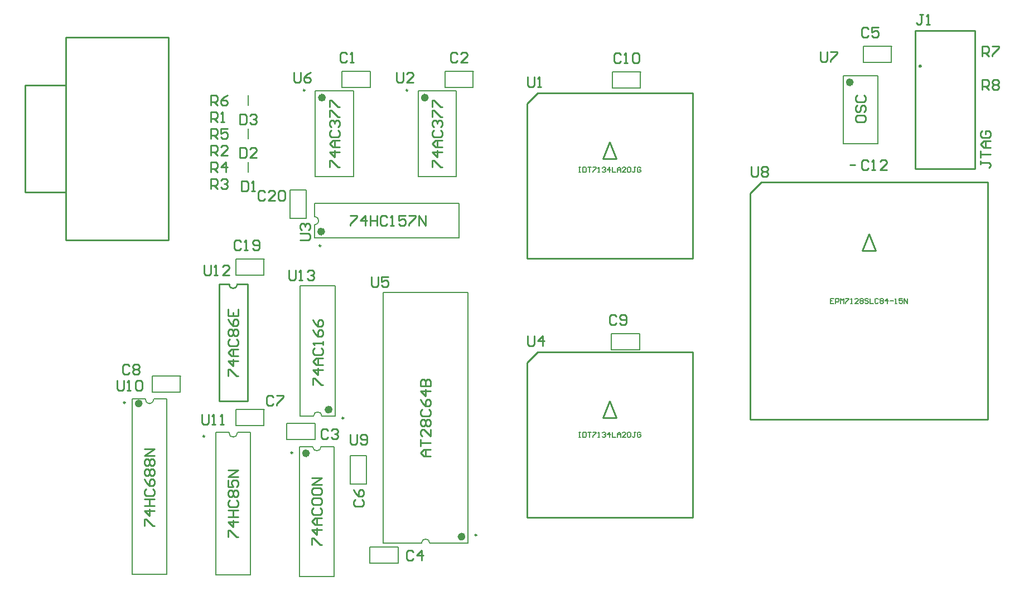
<source format=gto>
G04 Layer_Color=15132400*
%FSAX24Y24*%
%MOIN*%
G70*
G01*
G75*
%ADD13C,0.0100*%
%ADD14C,0.0200*%
%ADD30C,0.0236*%
%ADD31C,0.0098*%
%ADD32C,0.0079*%
%ADD33C,0.0050*%
D13*
X013300Y023900D02*
G03*
X013300Y023900I-000050J000000D01*
G01*
X014750Y033000D02*
G03*
X015250Y033000I000250J000000D01*
G01*
X059322Y039916D02*
Y048184D01*
X055778Y039916D02*
Y048184D01*
X059322D01*
X055778Y039916D02*
X059322D01*
X051850Y040150D02*
X052150D01*
X037500Y041500D02*
X037900Y040500D01*
X037100D02*
X037900D01*
X037100D02*
X037500Y041500D01*
X033200Y044450D02*
X042450D01*
X032550Y043800D02*
X033200Y044450D01*
X032550Y034550D02*
Y043800D01*
Y034550D02*
X042450D01*
Y044450D01*
X005000Y047765D02*
X011114D01*
X005000Y035635D02*
Y047765D01*
Y035635D02*
X011114D01*
Y047765D01*
X002571Y038509D02*
Y044891D01*
X005000D01*
X002571Y038509D02*
X005000D01*
X014150Y033000D02*
X014750D01*
X015250D02*
X015850D01*
Y026000D02*
Y033000D01*
X014150Y026000D02*
X015850D01*
X014150D02*
Y033000D01*
X037500Y026000D02*
X037900Y025000D01*
X037100D02*
X037900D01*
X037100D02*
X037500Y026000D01*
X033200Y028950D02*
X042450D01*
X032550Y028300D02*
X033200Y028950D01*
X032550Y019050D02*
Y028300D01*
Y019050D02*
X042450D01*
Y028950D01*
X045900Y038100D02*
Y038450D01*
X053000Y036000D02*
X053400Y035000D01*
X052600D02*
X053400D01*
X052600D02*
X053000Y036000D01*
X047900Y039100D02*
X060100D01*
Y024900D02*
Y039100D01*
X045900Y024900D02*
X060100D01*
X045900D02*
Y036900D01*
X046550Y039100D02*
X047900D01*
X045900Y038450D02*
X046550Y039100D01*
X045900Y036900D02*
Y038100D01*
X014700Y027500D02*
Y027900D01*
X014800D01*
X015200Y027500D01*
X015300D01*
Y028400D02*
X014700D01*
X015000Y028100D01*
Y028500D01*
X015300Y028700D02*
X014900D01*
X014700Y028900D01*
X014900Y029099D01*
X015300D01*
X015000D01*
Y028700D01*
X014800Y029699D02*
X014700Y029599D01*
Y029399D01*
X014800Y029299D01*
X015200D01*
X015300Y029399D01*
Y029599D01*
X015200Y029699D01*
X014800Y029899D02*
X014700Y029999D01*
Y030199D01*
X014800Y030299D01*
X014900D01*
X015000Y030199D01*
X015100Y030299D01*
X015200D01*
X015300Y030199D01*
Y029999D01*
X015200Y029899D01*
X015100D01*
X015000Y029999D01*
X014900Y029899D01*
X014800D01*
X015000Y029999D02*
Y030199D01*
X014700Y030899D02*
X014800Y030699D01*
X015000Y030499D01*
X015200D01*
X015300Y030599D01*
Y030799D01*
X015200Y030899D01*
X015100D01*
X015000Y030799D01*
Y030499D01*
X014700Y031499D02*
Y031099D01*
X015300D01*
Y031499D01*
X015000Y031099D02*
Y031299D01*
X013260Y034150D02*
Y033650D01*
X013360Y033550D01*
X013560D01*
X013660Y033650D01*
Y034150D01*
X013860Y033550D02*
X014060D01*
X013960D01*
Y034150D01*
X013860Y034050D01*
X014760Y033550D02*
X014360D01*
X014760Y033950D01*
Y034050D01*
X014660Y034150D01*
X014460D01*
X014360Y034050D01*
X015450Y035530D02*
X015350Y035630D01*
X015150D01*
X015050Y035530D01*
Y035130D01*
X015150Y035030D01*
X015350D01*
X015450Y035130D01*
X015650Y035030D02*
X015850D01*
X015750D01*
Y035630D01*
X015650Y035530D01*
X016150Y035130D02*
X016250Y035030D01*
X016450D01*
X016550Y035130D01*
Y035530D01*
X016450Y035630D01*
X016250D01*
X016150Y035530D01*
Y035430D01*
X016250Y035330D01*
X016550D01*
X021800Y046780D02*
X021700Y046880D01*
X021500D01*
X021400Y046780D01*
Y046380D01*
X021500Y046280D01*
X021700D01*
X021800Y046380D01*
X022000Y046280D02*
X022200D01*
X022100D01*
Y046880D01*
X022000Y046780D01*
X028410D02*
X028310Y046880D01*
X028110D01*
X028010Y046780D01*
Y046380D01*
X028110Y046280D01*
X028310D01*
X028410Y046380D01*
X029010Y046280D02*
X028610D01*
X029010Y046680D01*
Y046780D01*
X028910Y046880D01*
X028710D01*
X028610Y046780D01*
X020650Y024250D02*
X020550Y024350D01*
X020350D01*
X020250Y024250D01*
Y023850D01*
X020350Y023750D01*
X020550D01*
X020650Y023850D01*
X020850Y024250D02*
X020950Y024350D01*
X021150D01*
X021250Y024250D01*
Y024150D01*
X021150Y024050D01*
X021050D01*
X021150D01*
X021250Y023950D01*
Y023850D01*
X021150Y023750D01*
X020950D01*
X020850Y023850D01*
X025750Y016980D02*
X025650Y017080D01*
X025450D01*
X025350Y016980D01*
Y016580D01*
X025450Y016480D01*
X025650D01*
X025750Y016580D01*
X026250Y016480D02*
Y017080D01*
X025950Y016780D01*
X026350D01*
X052950Y048280D02*
X052850Y048380D01*
X052650D01*
X052550Y048280D01*
Y047880D01*
X052650Y047780D01*
X052850D01*
X052950Y047880D01*
X053550Y048380D02*
X053150D01*
Y048080D01*
X053350Y048180D01*
X053450D01*
X053550Y048080D01*
Y047880D01*
X053450Y047780D01*
X053250D01*
X053150Y047880D01*
X022300Y020100D02*
X022200Y020000D01*
Y019800D01*
X022300Y019700D01*
X022700D01*
X022800Y019800D01*
Y020000D01*
X022700Y020100D01*
X022200Y020700D02*
X022300Y020500D01*
X022500Y020300D01*
X022700D01*
X022800Y020400D01*
Y020600D01*
X022700Y020700D01*
X022600D01*
X022500Y020600D01*
Y020300D01*
X017400Y026250D02*
X017300Y026350D01*
X017100D01*
X017000Y026250D01*
Y025850D01*
X017100Y025750D01*
X017300D01*
X017400Y025850D01*
X017600Y026350D02*
X018000D01*
Y026250D01*
X017600Y025850D01*
Y025750D01*
X008800Y028100D02*
X008700Y028200D01*
X008500D01*
X008400Y028100D01*
Y027700D01*
X008500Y027600D01*
X008700D01*
X008800Y027700D01*
X009000Y028100D02*
X009100Y028200D01*
X009300D01*
X009400Y028100D01*
Y028000D01*
X009300Y027900D01*
X009400Y027800D01*
Y027700D01*
X009300Y027600D01*
X009100D01*
X009000Y027700D01*
Y027800D01*
X009100Y027900D01*
X009000Y028000D01*
Y028100D01*
X009100Y027900D02*
X009300D01*
X037900Y031080D02*
X037800Y031180D01*
X037600D01*
X037500Y031080D01*
Y030680D01*
X037600Y030580D01*
X037800D01*
X037900Y030680D01*
X038100D02*
X038200Y030580D01*
X038400D01*
X038500Y030680D01*
Y031080D01*
X038400Y031180D01*
X038200D01*
X038100Y031080D01*
Y030980D01*
X038200Y030880D01*
X038500D01*
X038160Y046730D02*
X038060Y046830D01*
X037860D01*
X037760Y046730D01*
Y046330D01*
X037860Y046230D01*
X038060D01*
X038160Y046330D01*
X038360Y046230D02*
X038560D01*
X038460D01*
Y046830D01*
X038360Y046730D01*
X038860D02*
X038960Y046830D01*
X039160D01*
X039260Y046730D01*
Y046330D01*
X039160Y046230D01*
X038960D01*
X038860Y046330D01*
Y046730D01*
X052950Y040350D02*
X052850Y040450D01*
X052650D01*
X052550Y040350D01*
Y039950D01*
X052650Y039850D01*
X052850D01*
X052950Y039950D01*
X053150Y039850D02*
X053350D01*
X053250D01*
Y040450D01*
X053150Y040350D01*
X054050Y039850D02*
X053650D01*
X054050Y040250D01*
Y040350D01*
X053950Y040450D01*
X053750D01*
X053650Y040350D01*
X015500Y039170D02*
Y038570D01*
X015800D01*
X015900Y038670D01*
Y039070D01*
X015800Y039170D01*
X015500D01*
X016100Y038570D02*
X016300D01*
X016200D01*
Y039170D01*
X016100Y039070D01*
X015400Y041170D02*
Y040570D01*
X015700D01*
X015800Y040670D01*
Y041070D01*
X015700Y041170D01*
X015400D01*
X016400Y040570D02*
X016000D01*
X016400Y040970D01*
Y041070D01*
X016300Y041170D01*
X016100D01*
X016000Y041070D01*
X015400Y043170D02*
Y042570D01*
X015700D01*
X015800Y042670D01*
Y043070D01*
X015700Y043170D01*
X015400D01*
X016000Y043070D02*
X016100Y043170D01*
X016300D01*
X016400Y043070D01*
Y042970D01*
X016300Y042870D01*
X016200D01*
X016300D01*
X016400Y042770D01*
Y042670D01*
X016300Y042570D01*
X016100D01*
X016000Y042670D01*
X059670Y040370D02*
Y040170D01*
Y040270D01*
X060170D01*
X060270Y040170D01*
Y040070D01*
X060170Y039970D01*
X059670Y040570D02*
Y040970D01*
Y040770D01*
X060270D01*
Y041170D02*
X059870D01*
X059670Y041370D01*
X059870Y041569D01*
X060270D01*
X059970D01*
Y041170D01*
X059770Y042169D02*
X059670Y042069D01*
Y041869D01*
X059770Y041769D01*
X060170D01*
X060270Y041869D01*
Y042069D01*
X060170Y042169D01*
X059970D01*
Y041969D01*
X056230Y049130D02*
X056030D01*
X056130D01*
Y048630D01*
X056030Y048530D01*
X055930D01*
X055830Y048630D01*
X056430Y048530D02*
X056630D01*
X056530D01*
Y049130D01*
X056430Y049030D01*
X013650Y042700D02*
Y043300D01*
X013950D01*
X014050Y043200D01*
Y043000D01*
X013950Y042900D01*
X013650D01*
X013850D02*
X014050Y042700D01*
X014250D02*
X014450D01*
X014350D01*
Y043300D01*
X014250Y043200D01*
X013650Y040700D02*
Y041300D01*
X013950D01*
X014050Y041200D01*
Y041000D01*
X013950Y040900D01*
X013650D01*
X013850D02*
X014050Y040700D01*
X014650D02*
X014250D01*
X014650Y041100D01*
Y041200D01*
X014550Y041300D01*
X014350D01*
X014250Y041200D01*
X013650Y038700D02*
Y039300D01*
X013950D01*
X014050Y039200D01*
Y039000D01*
X013950Y038900D01*
X013650D01*
X013850D02*
X014050Y038700D01*
X014250Y039200D02*
X014350Y039300D01*
X014550D01*
X014650Y039200D01*
Y039100D01*
X014550Y039000D01*
X014450D01*
X014550D01*
X014650Y038900D01*
Y038800D01*
X014550Y038700D01*
X014350D01*
X014250Y038800D01*
X013650Y039700D02*
Y040300D01*
X013950D01*
X014050Y040200D01*
Y040000D01*
X013950Y039900D01*
X013650D01*
X013850D02*
X014050Y039700D01*
X014550D02*
Y040300D01*
X014250Y040000D01*
X014650D01*
X013650Y041700D02*
Y042300D01*
X013950D01*
X014050Y042200D01*
Y042000D01*
X013950Y041900D01*
X013650D01*
X013850D02*
X014050Y041700D01*
X014650Y042300D02*
X014250D01*
Y042000D01*
X014450Y042100D01*
X014550D01*
X014650Y042000D01*
Y041800D01*
X014550Y041700D01*
X014350D01*
X014250Y041800D01*
X013650Y043700D02*
Y044300D01*
X013950D01*
X014050Y044200D01*
Y044000D01*
X013950Y043900D01*
X013650D01*
X013850D02*
X014050Y043700D01*
X014650Y044300D02*
X014450Y044200D01*
X014250Y044000D01*
Y043800D01*
X014350Y043700D01*
X014550D01*
X014650Y043800D01*
Y043900D01*
X014550Y044000D01*
X014250D01*
X059760Y046650D02*
Y047250D01*
X060060D01*
X060160Y047150D01*
Y046950D01*
X060060Y046850D01*
X059760D01*
X059960D02*
X060160Y046650D01*
X060360Y047250D02*
X060760D01*
Y047150D01*
X060360Y046750D01*
Y046650D01*
X059760Y044650D02*
Y045250D01*
X060060D01*
X060160Y045150D01*
Y044950D01*
X060060Y044850D01*
X059760D01*
X059960D02*
X060160Y044650D01*
X060360Y045150D02*
X060460Y045250D01*
X060660D01*
X060760Y045150D01*
Y045050D01*
X060660Y044950D01*
X060760Y044850D01*
Y044750D01*
X060660Y044650D01*
X060460D01*
X060360Y044750D01*
Y044850D01*
X060460Y044950D01*
X060360Y045050D01*
Y045150D01*
X060460Y044950D02*
X060660D01*
X032600Y045400D02*
Y044900D01*
X032700Y044800D01*
X032900D01*
X033000Y044900D01*
Y045400D01*
X033200Y044800D02*
X033400D01*
X033300D01*
Y045400D01*
X033200Y045300D01*
X022000Y037100D02*
X022400D01*
Y037000D01*
X022000Y036600D01*
Y036500D01*
X022900D02*
Y037100D01*
X022600Y036800D01*
X023000D01*
X023200Y037100D02*
Y036500D01*
Y036800D01*
X023599D01*
Y037100D01*
Y036500D01*
X024199Y037000D02*
X024099Y037100D01*
X023899D01*
X023799Y037000D01*
Y036600D01*
X023899Y036500D01*
X024099D01*
X024199Y036600D01*
X024399Y036500D02*
X024599D01*
X024499D01*
Y037100D01*
X024399Y037000D01*
X025299Y037100D02*
X024899D01*
Y036800D01*
X025099Y036900D01*
X025199D01*
X025299Y036800D01*
Y036600D01*
X025199Y036500D01*
X024999D01*
X024899Y036600D01*
X025499Y037100D02*
X025899D01*
Y037000D01*
X025499Y036600D01*
Y036500D01*
X026099D02*
Y037100D01*
X026499Y036500D01*
Y037100D01*
X019000Y035650D02*
X019500D01*
X019600Y035750D01*
Y035950D01*
X019500Y036050D01*
X019000D01*
X019100Y036250D02*
X019000Y036350D01*
Y036550D01*
X019100Y036650D01*
X019200D01*
X019300Y036550D01*
Y036450D01*
Y036550D01*
X019400Y036650D01*
X019500D01*
X019600Y036550D01*
Y036350D01*
X019500Y036250D01*
X032600Y029900D02*
Y029400D01*
X032700Y029300D01*
X032900D01*
X033000Y029400D01*
Y029900D01*
X033500Y029300D02*
Y029900D01*
X033200Y029600D01*
X033600D01*
X026800Y022700D02*
X026400D01*
X026200Y022900D01*
X026400Y023100D01*
X026800D01*
X026500D01*
Y022700D01*
X026200Y023300D02*
Y023700D01*
Y023500D01*
X026800D01*
Y024299D02*
Y023900D01*
X026400Y024299D01*
X026300D01*
X026200Y024200D01*
Y024000D01*
X026300Y023900D01*
Y024499D02*
X026200Y024599D01*
Y024799D01*
X026300Y024899D01*
X026400D01*
X026500Y024799D01*
X026600Y024899D01*
X026700D01*
X026800Y024799D01*
Y024599D01*
X026700Y024499D01*
X026600D01*
X026500Y024599D01*
X026400Y024499D01*
X026300D01*
X026500Y024599D02*
Y024799D01*
X026300Y025499D02*
X026200Y025399D01*
Y025199D01*
X026300Y025099D01*
X026700D01*
X026800Y025199D01*
Y025399D01*
X026700Y025499D01*
X026200Y026099D02*
X026300Y025899D01*
X026500Y025699D01*
X026700D01*
X026800Y025799D01*
Y025999D01*
X026700Y026099D01*
X026600D01*
X026500Y025999D01*
Y025699D01*
X026800Y026599D02*
X026200D01*
X026500Y026299D01*
Y026699D01*
X026200Y026899D02*
X026800D01*
Y027199D01*
X026700Y027299D01*
X026600D01*
X026500Y027199D01*
Y026899D01*
Y027199D01*
X026400Y027299D01*
X026300D01*
X026200Y027199D01*
Y026899D01*
X023270Y033440D02*
Y032940D01*
X023370Y032840D01*
X023570D01*
X023670Y032940D01*
Y033440D01*
X024270D02*
X023870D01*
Y033140D01*
X024070Y033240D01*
X024170D01*
X024270Y033140D01*
Y032940D01*
X024170Y032840D01*
X023970D01*
X023870Y032940D01*
X052200Y043000D02*
Y042800D01*
X052300Y042700D01*
X052700D01*
X052800Y042800D01*
Y043000D01*
X052700Y043100D01*
X052300D01*
X052200Y043000D01*
X052300Y043700D02*
X052200Y043600D01*
Y043400D01*
X052300Y043300D01*
X052400D01*
X052500Y043400D01*
Y043600D01*
X052600Y043700D01*
X052700D01*
X052800Y043600D01*
Y043400D01*
X052700Y043300D01*
X052300Y044299D02*
X052200Y044200D01*
Y044000D01*
X052300Y043900D01*
X052700D01*
X052800Y044000D01*
Y044200D01*
X052700Y044299D01*
X050100Y046900D02*
Y046400D01*
X050200Y046300D01*
X050400D01*
X050500Y046400D01*
Y046900D01*
X050700D02*
X051100D01*
Y046800D01*
X050700Y046400D01*
Y046300D01*
X045950Y040050D02*
Y039550D01*
X046050Y039450D01*
X046250D01*
X046350Y039550D01*
Y040050D01*
X046550Y039950D02*
X046650Y040050D01*
X046850D01*
X046950Y039950D01*
Y039850D01*
X046850Y039750D01*
X046950Y039650D01*
Y039550D01*
X046850Y039450D01*
X046650D01*
X046550Y039550D01*
Y039650D01*
X046650Y039750D01*
X046550Y039850D01*
Y039950D01*
X046650Y039750D02*
X046850D01*
X019700Y017400D02*
Y017800D01*
X019800D01*
X020200Y017400D01*
X020300D01*
Y018300D02*
X019700D01*
X020000Y018000D01*
Y018400D01*
X020300Y018600D02*
X019900D01*
X019700Y018800D01*
X019900Y018999D01*
X020300D01*
X020000D01*
Y018600D01*
X019800Y019599D02*
X019700Y019499D01*
Y019299D01*
X019800Y019199D01*
X020200D01*
X020300Y019299D01*
Y019499D01*
X020200Y019599D01*
X019800Y019799D02*
X019700Y019899D01*
Y020099D01*
X019800Y020199D01*
X020200D01*
X020300Y020099D01*
Y019899D01*
X020200Y019799D01*
X019800D01*
Y020399D02*
X019700Y020499D01*
Y020699D01*
X019800Y020799D01*
X020200D01*
X020300Y020699D01*
Y020499D01*
X020200Y020399D01*
X019800D01*
X020300Y020999D02*
X019700D01*
X020300Y021399D01*
X019700D01*
X022000Y024000D02*
Y023500D01*
X022100Y023400D01*
X022300D01*
X022400Y023500D01*
Y024000D01*
X022600Y023500D02*
X022700Y023400D01*
X022900D01*
X023000Y023500D01*
Y023900D01*
X022900Y024000D01*
X022700D01*
X022600Y023900D01*
Y023800D01*
X022700Y023700D01*
X023000D01*
X009700Y018550D02*
Y018950D01*
X009800D01*
X010200Y018550D01*
X010300D01*
Y019450D02*
X009700D01*
X010000Y019150D01*
Y019550D01*
X009700Y019750D02*
X010300D01*
X010000D01*
Y020149D01*
X009700D01*
X010300D01*
X009800Y020749D02*
X009700Y020649D01*
Y020449D01*
X009800Y020349D01*
X010200D01*
X010300Y020449D01*
Y020649D01*
X010200Y020749D01*
X009700Y021349D02*
X009800Y021149D01*
X010000Y020949D01*
X010200D01*
X010300Y021049D01*
Y021249D01*
X010200Y021349D01*
X010100D01*
X010000Y021249D01*
Y020949D01*
X009800Y021549D02*
X009700Y021649D01*
Y021849D01*
X009800Y021949D01*
X009900D01*
X010000Y021849D01*
X010100Y021949D01*
X010200D01*
X010300Y021849D01*
Y021649D01*
X010200Y021549D01*
X010100D01*
X010000Y021649D01*
X009900Y021549D01*
X009800D01*
X010000Y021649D02*
Y021849D01*
X009800Y022149D02*
X009700Y022249D01*
Y022449D01*
X009800Y022549D01*
X009900D01*
X010000Y022449D01*
X010100Y022549D01*
X010200D01*
X010300Y022449D01*
Y022249D01*
X010200Y022149D01*
X010100D01*
X010000Y022249D01*
X009900Y022149D01*
X009800D01*
X010000Y022249D02*
Y022449D01*
X010300Y022749D02*
X009700D01*
X010300Y023149D01*
X009700D01*
X008050Y027250D02*
Y026750D01*
X008150Y026650D01*
X008350D01*
X008450Y026750D01*
Y027250D01*
X008650Y026650D02*
X008850D01*
X008750D01*
Y027250D01*
X008650Y027150D01*
X009150D02*
X009250Y027250D01*
X009450D01*
X009550Y027150D01*
Y026750D01*
X009450Y026650D01*
X009250D01*
X009150Y026750D01*
Y027150D01*
X014700Y017880D02*
Y018280D01*
X014800D01*
X015200Y017880D01*
X015300D01*
Y018780D02*
X014700D01*
X015000Y018480D01*
Y018880D01*
X014700Y019080D02*
X015300D01*
X015000D01*
Y019479D01*
X014700D01*
X015300D01*
X014800Y020079D02*
X014700Y019979D01*
Y019779D01*
X014800Y019679D01*
X015200D01*
X015300Y019779D01*
Y019979D01*
X015200Y020079D01*
X014800Y020279D02*
X014700Y020379D01*
Y020579D01*
X014800Y020679D01*
X014900D01*
X015000Y020579D01*
X015100Y020679D01*
X015200D01*
X015300Y020579D01*
Y020379D01*
X015200Y020279D01*
X015100D01*
X015000Y020379D01*
X014900Y020279D01*
X014800D01*
X015000Y020379D02*
Y020579D01*
X014700Y021279D02*
Y020879D01*
X015000D01*
X014900Y021079D01*
Y021179D01*
X015000Y021279D01*
X015200D01*
X015300Y021179D01*
Y020979D01*
X015200Y020879D01*
X015300Y021479D02*
X014700D01*
X015300Y021879D01*
X014700D01*
X013140Y025200D02*
Y024700D01*
X013240Y024600D01*
X013440D01*
X013540Y024700D01*
Y025200D01*
X013740Y024600D02*
X013940D01*
X013840D01*
Y025200D01*
X013740Y025100D01*
X014240Y024600D02*
X014440D01*
X014340D01*
Y025200D01*
X014240Y025100D01*
X026900Y040000D02*
Y040400D01*
X027000D01*
X027400Y040000D01*
X027500D01*
Y040900D02*
X026900D01*
X027200Y040600D01*
Y041000D01*
X027500Y041200D02*
X027100D01*
X026900Y041400D01*
X027100Y041599D01*
X027500D01*
X027200D01*
Y041200D01*
X027000Y042199D02*
X026900Y042099D01*
Y041899D01*
X027000Y041799D01*
X027400D01*
X027500Y041899D01*
Y042099D01*
X027400Y042199D01*
X027000Y042399D02*
X026900Y042499D01*
Y042699D01*
X027000Y042799D01*
X027100D01*
X027200Y042699D01*
Y042599D01*
Y042699D01*
X027300Y042799D01*
X027400D01*
X027500Y042699D01*
Y042499D01*
X027400Y042399D01*
X026900Y042999D02*
Y043399D01*
X027000D01*
X027400Y042999D01*
X027500D01*
X026900Y043599D02*
Y043999D01*
X027000D01*
X027400Y043599D01*
X027500D01*
X024770Y045670D02*
Y045170D01*
X024870Y045070D01*
X025070D01*
X025170Y045170D01*
Y045670D01*
X025770Y045070D02*
X025370D01*
X025770Y045470D01*
Y045570D01*
X025670Y045670D01*
X025470D01*
X025370Y045570D01*
X020750Y040000D02*
Y040400D01*
X020850D01*
X021250Y040000D01*
X021350D01*
Y040900D02*
X020750D01*
X021050Y040600D01*
Y041000D01*
X021350Y041200D02*
X020950D01*
X020750Y041400D01*
X020950Y041599D01*
X021350D01*
X021050D01*
Y041200D01*
X020850Y042199D02*
X020750Y042099D01*
Y041899D01*
X020850Y041799D01*
X021250D01*
X021350Y041899D01*
Y042099D01*
X021250Y042199D01*
X020850Y042399D02*
X020750Y042499D01*
Y042699D01*
X020850Y042799D01*
X020950D01*
X021050Y042699D01*
Y042599D01*
Y042699D01*
X021150Y042799D01*
X021250D01*
X021350Y042699D01*
Y042499D01*
X021250Y042399D01*
X020750Y042999D02*
Y043399D01*
X020850D01*
X021250Y042999D01*
X021350D01*
X020750Y043599D02*
Y043999D01*
X020850D01*
X021250Y043599D01*
X021350D01*
X018620Y045670D02*
Y045170D01*
X018720Y045070D01*
X018920D01*
X019020Y045170D01*
Y045670D01*
X019620D02*
X019420Y045570D01*
X019220Y045370D01*
Y045170D01*
X019320Y045070D01*
X019520D01*
X019620Y045170D01*
Y045270D01*
X019520Y045370D01*
X019220D01*
X019750Y026960D02*
Y027360D01*
X019850D01*
X020250Y026960D01*
X020350D01*
Y027860D02*
X019750D01*
X020050Y027560D01*
Y027960D01*
X020350Y028160D02*
X019950D01*
X019750Y028360D01*
X019950Y028559D01*
X020350D01*
X020050D01*
Y028160D01*
X019850Y029159D02*
X019750Y029059D01*
Y028859D01*
X019850Y028759D01*
X020250D01*
X020350Y028859D01*
Y029059D01*
X020250Y029159D01*
X020350Y029359D02*
Y029559D01*
Y029459D01*
X019750D01*
X019850Y029359D01*
X019750Y030259D02*
X019850Y030059D01*
X020050Y029859D01*
X020250D01*
X020350Y029959D01*
Y030159D01*
X020250Y030259D01*
X020150D01*
X020050Y030159D01*
Y029859D01*
X019750Y030859D02*
X019850Y030659D01*
X020050Y030459D01*
X020250D01*
X020350Y030559D01*
Y030759D01*
X020250Y030859D01*
X020150D01*
X020050Y030759D01*
Y030459D01*
X018320Y033840D02*
Y033340D01*
X018420Y033240D01*
X018620D01*
X018720Y033340D01*
Y033840D01*
X018920Y033240D02*
X019120D01*
X019020D01*
Y033840D01*
X018920Y033740D01*
X019420D02*
X019520Y033840D01*
X019720D01*
X019820Y033740D01*
Y033640D01*
X019720Y033540D01*
X019620D01*
X019720D01*
X019820Y033440D01*
Y033340D01*
X019720Y033240D01*
X019520D01*
X019420Y033340D01*
X016900Y038500D02*
X016800Y038600D01*
X016600D01*
X016500Y038500D01*
Y038100D01*
X016600Y038000D01*
X016800D01*
X016900Y038100D01*
X017500Y038000D02*
X017100D01*
X017500Y038400D01*
Y038500D01*
X017400Y038600D01*
X017200D01*
X017100Y038500D01*
X017700D02*
X017800Y038600D01*
X018000D01*
X018099Y038500D01*
Y038100D01*
X018000Y038000D01*
X017800D01*
X017700Y038100D01*
Y038500D01*
D14*
X056060Y046050D02*
G03*
X056060Y046050I-000010J000000D01*
G01*
D30*
X028764Y017894D02*
G03*
X028764Y017894I-000118J000000D01*
G01*
X009469Y025861D02*
G03*
X009469Y025861I-000118J000000D01*
G01*
X019468Y022884D02*
G03*
X019468Y022884I-000118J000000D01*
G01*
X020373Y036150D02*
G03*
X020373Y036150I-000118J000000D01*
G01*
X020818Y025496D02*
G03*
X020818Y025496I-000118J000000D01*
G01*
X026570Y044165D02*
G03*
X026570Y044165I-000118J000000D01*
G01*
X020420D02*
G03*
X020420Y044165I-000118J000000D01*
G01*
X051968Y045084D02*
G03*
X051968Y045084I-000118J000000D01*
G01*
D31*
X029549Y017988D02*
G03*
X029549Y017988I-000049J000000D01*
G01*
X008549Y025912D02*
G03*
X008549Y025912I-000049J000000D01*
G01*
X018549Y022912D02*
G03*
X018549Y022912I-000049J000000D01*
G01*
X020237Y035300D02*
G03*
X020237Y035300I-000049J000000D01*
G01*
X021599Y024988D02*
G03*
X021599Y024988I-000049J000000D01*
G01*
X025438Y044604D02*
G03*
X025438Y044604I-000049J000000D01*
G01*
X019288D02*
G03*
X019288Y044604I-000049J000000D01*
G01*
D32*
X026750Y017500D02*
G03*
X026250Y017500I-000250J000000D01*
G01*
X009750Y026104D02*
G03*
X010250Y026104I000250J-000004D01*
G01*
X014750Y024100D02*
G03*
X015250Y024100I000250J000000D01*
G01*
X019750Y023278D02*
G03*
X020250Y023278I000250J000000D01*
G01*
X019861Y036550D02*
G03*
X019861Y037050I000000J000250D01*
G01*
X020300Y025102D02*
G03*
X019800Y025102I-000250J000000D01*
G01*
X011843Y026528D02*
Y027500D01*
X010150Y026528D02*
X011843D01*
X010150Y027503D02*
X011850D01*
X010150Y026528D02*
Y027503D01*
X015150Y033528D02*
Y034503D01*
X016850D01*
X015150Y033528D02*
X016843D01*
Y034500D01*
X023961Y032500D02*
X029039D01*
X023961Y017500D02*
X026250D01*
X026750D02*
X029039D01*
X023961D02*
Y032500D01*
X029039Y017500D02*
Y032500D01*
X008957Y015650D02*
Y026150D01*
X011043Y015650D02*
Y026150D01*
X008957D02*
X009750D01*
X010250D02*
X011043D01*
X008957Y015650D02*
X011043D01*
X013957Y015600D02*
Y024150D01*
X016043Y015600D02*
Y024150D01*
X013957D02*
X014750D01*
X015250D02*
X016043D01*
X013957Y015600D02*
X016043D01*
X018957Y015522D02*
Y023278D01*
X021043Y015522D02*
Y023278D01*
X018957D02*
X019750D01*
X020250D02*
X021043D01*
X018957Y015522D02*
X021043D01*
X022000Y022743D02*
X022972D01*
Y021050D02*
Y022743D01*
X021997Y021050D02*
Y022750D01*
Y021050D02*
X022972D01*
X023157Y016300D02*
Y017272D01*
X024850D01*
X023150Y016297D02*
X024850D01*
Y017272D01*
X029343Y044778D02*
Y045750D01*
X027650Y044778D02*
X029343D01*
X027650Y045753D02*
X029350D01*
X027650Y044778D02*
Y045753D01*
X039343Y044728D02*
Y045700D01*
X037650Y044728D02*
X039343D01*
X037650Y045703D02*
X039350D01*
X037650Y044728D02*
Y045703D01*
X023193Y044778D02*
Y045750D01*
X021500Y044778D02*
X023193D01*
X021500Y045753D02*
X023200D01*
X021500Y044778D02*
Y045753D01*
X054343Y046278D02*
Y047250D01*
X052650Y046278D02*
X054343D01*
X052650Y047253D02*
X054350D01*
X052650Y046278D02*
Y047253D01*
X039293Y029078D02*
Y030050D01*
X037600Y029078D02*
X039293D01*
X037600Y030053D02*
X039300D01*
X037600Y029078D02*
Y030053D01*
X016843Y024528D02*
Y025500D01*
X015150Y024528D02*
X016843D01*
X015150Y025503D02*
X016850D01*
X015150Y024528D02*
Y025503D01*
X018207Y023700D02*
Y024672D01*
X019900D01*
X018200Y023697D02*
X019900D01*
Y024672D01*
X019861Y035757D02*
X028500D01*
X019861Y037843D02*
X028500D01*
X019861Y035757D02*
Y036550D01*
Y037050D02*
Y037843D01*
X028500Y035757D02*
Y037843D01*
X018400Y038643D02*
X019372D01*
Y036950D02*
Y038643D01*
X018397Y036950D02*
Y038650D01*
Y036950D02*
X019372D01*
X019007Y032898D02*
X021093D01*
X019007Y025102D02*
X019800D01*
X020300D02*
X021093D01*
X019007D02*
Y032898D01*
X021093Y025102D02*
Y032898D01*
X026058Y039441D02*
Y044559D01*
X028342Y039441D02*
Y044559D01*
X026058D02*
X028342D01*
X026058Y039441D02*
X028342D01*
X019908D02*
Y044559D01*
X022192Y039441D02*
Y044559D01*
X019908D02*
X022192D01*
X019908Y039441D02*
X022192D01*
X051457Y045482D02*
X053543D01*
X051457Y041422D02*
X053543D01*
X051457D02*
Y045478D01*
X053543Y041422D02*
Y045478D01*
D33*
X015900Y043700D02*
Y044300D01*
Y041700D02*
Y042300D01*
Y039700D02*
Y040300D01*
X035650Y040000D02*
X035750D01*
X035700D01*
Y039700D01*
X035650D01*
X035750D01*
X035900Y040000D02*
Y039700D01*
X036050D01*
X036100Y039750D01*
Y039950D01*
X036050Y040000D01*
X035900D01*
X036200D02*
X036400D01*
X036300D01*
Y039700D01*
X036500Y040000D02*
X036700D01*
Y039950D01*
X036500Y039750D01*
Y039700D01*
X036800D02*
X036900D01*
X036850D01*
Y040000D01*
X036800Y039950D01*
X037050D02*
X037100Y040000D01*
X037199D01*
X037249Y039950D01*
Y039900D01*
X037199Y039850D01*
X037150D01*
X037199D01*
X037249Y039800D01*
Y039750D01*
X037199Y039700D01*
X037100D01*
X037050Y039750D01*
X037499Y039700D02*
Y040000D01*
X037349Y039850D01*
X037549D01*
X037649Y040000D02*
Y039700D01*
X037849D01*
X037949D02*
Y039900D01*
X038049Y040000D01*
X038149Y039900D01*
Y039700D01*
Y039850D01*
X037949D01*
X038449Y039700D02*
X038249D01*
X038449Y039900D01*
Y039950D01*
X038399Y040000D01*
X038299D01*
X038249Y039950D01*
X038549D02*
X038599Y040000D01*
X038699D01*
X038749Y039950D01*
Y039750D01*
X038699Y039700D01*
X038599D01*
X038549Y039750D01*
Y039950D01*
X039049Y040000D02*
X038949D01*
X038999D01*
Y039750D01*
X038949Y039700D01*
X038899D01*
X038849Y039750D01*
X039349Y039950D02*
X039299Y040000D01*
X039199D01*
X039149Y039950D01*
Y039750D01*
X039199Y039700D01*
X039299D01*
X039349Y039750D01*
Y039850D01*
X039249D01*
X035650Y024150D02*
X035750D01*
X035700D01*
Y023850D01*
X035650D01*
X035750D01*
X035900Y024150D02*
Y023850D01*
X036050D01*
X036100Y023900D01*
Y024100D01*
X036050Y024150D01*
X035900D01*
X036200D02*
X036400D01*
X036300D01*
Y023850D01*
X036500Y024150D02*
X036700D01*
Y024100D01*
X036500Y023900D01*
Y023850D01*
X036800D02*
X036900D01*
X036850D01*
Y024150D01*
X036800Y024100D01*
X037050D02*
X037100Y024150D01*
X037199D01*
X037249Y024100D01*
Y024050D01*
X037199Y024000D01*
X037150D01*
X037199D01*
X037249Y023950D01*
Y023900D01*
X037199Y023850D01*
X037100D01*
X037050Y023900D01*
X037499Y023850D02*
Y024150D01*
X037349Y024000D01*
X037549D01*
X037649Y024150D02*
Y023850D01*
X037849D01*
X037949D02*
Y024050D01*
X038049Y024150D01*
X038149Y024050D01*
Y023850D01*
Y024000D01*
X037949D01*
X038449Y023850D02*
X038249D01*
X038449Y024050D01*
Y024100D01*
X038399Y024150D01*
X038299D01*
X038249Y024100D01*
X038549D02*
X038599Y024150D01*
X038699D01*
X038749Y024100D01*
Y023900D01*
X038699Y023850D01*
X038599D01*
X038549Y023900D01*
Y024100D01*
X039049Y024150D02*
X038949D01*
X038999D01*
Y023900D01*
X038949Y023850D01*
X038899D01*
X038849Y023900D01*
X039349Y024100D02*
X039299Y024150D01*
X039199D01*
X039149Y024100D01*
Y023900D01*
X039199Y023850D01*
X039299D01*
X039349Y023900D01*
Y024000D01*
X039249D01*
X050900Y032150D02*
X050700D01*
Y031850D01*
X050900D01*
X050700Y032000D02*
X050800D01*
X051000Y031850D02*
Y032150D01*
X051150D01*
X051200Y032100D01*
Y032000D01*
X051150Y031950D01*
X051000D01*
X051300Y031850D02*
Y032150D01*
X051400Y032050D01*
X051500Y032150D01*
Y031850D01*
X051600Y032150D02*
X051800D01*
Y032100D01*
X051600Y031900D01*
Y031850D01*
X051900D02*
X052000D01*
X051950D01*
Y032150D01*
X051900Y032100D01*
X052349Y031850D02*
X052150D01*
X052349Y032050D01*
Y032100D01*
X052299Y032150D01*
X052200D01*
X052150Y032100D01*
X052449D02*
X052499Y032150D01*
X052599D01*
X052649Y032100D01*
Y032050D01*
X052599Y032000D01*
X052649Y031950D01*
Y031900D01*
X052599Y031850D01*
X052499D01*
X052449Y031900D01*
Y031950D01*
X052499Y032000D01*
X052449Y032050D01*
Y032100D01*
X052499Y032000D02*
X052599D01*
X052949Y032100D02*
X052899Y032150D01*
X052799D01*
X052749Y032100D01*
Y032050D01*
X052799Y032000D01*
X052899D01*
X052949Y031950D01*
Y031900D01*
X052899Y031850D01*
X052799D01*
X052749Y031900D01*
X053049Y032150D02*
Y031850D01*
X053249D01*
X053549Y032100D02*
X053499Y032150D01*
X053399D01*
X053349Y032100D01*
Y031900D01*
X053399Y031850D01*
X053499D01*
X053549Y031900D01*
X053649Y032100D02*
X053699Y032150D01*
X053799D01*
X053849Y032100D01*
Y032050D01*
X053799Y032000D01*
X053849Y031950D01*
Y031900D01*
X053799Y031850D01*
X053699D01*
X053649Y031900D01*
Y031950D01*
X053699Y032000D01*
X053649Y032050D01*
Y032100D01*
X053699Y032000D02*
X053799D01*
X054099Y031850D02*
Y032150D01*
X053949Y032000D01*
X054149D01*
X054249D02*
X054449D01*
X054549Y031850D02*
X054649D01*
X054599D01*
Y032150D01*
X054549Y032100D01*
X054999Y032150D02*
X054799D01*
Y032000D01*
X054899Y032050D01*
X054949D01*
X054999Y032000D01*
Y031900D01*
X054949Y031850D01*
X054849D01*
X054799Y031900D01*
X055099Y031850D02*
Y032150D01*
X055299Y031850D01*
Y032150D01*
M02*

</source>
